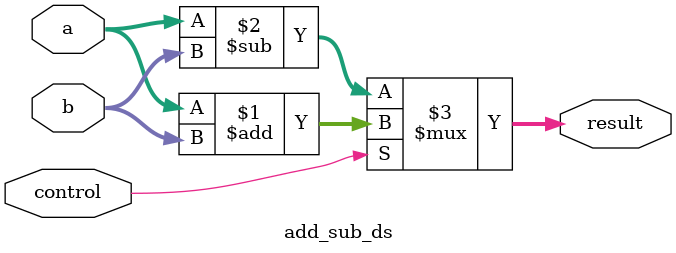
<source format=v>
module add_sub_ds (
    input [15:0] a, b,    
    input control,        
    output [15:0] result 
);

    assign result = control ? (a + b) : (a - b);

endmodule
</source>
